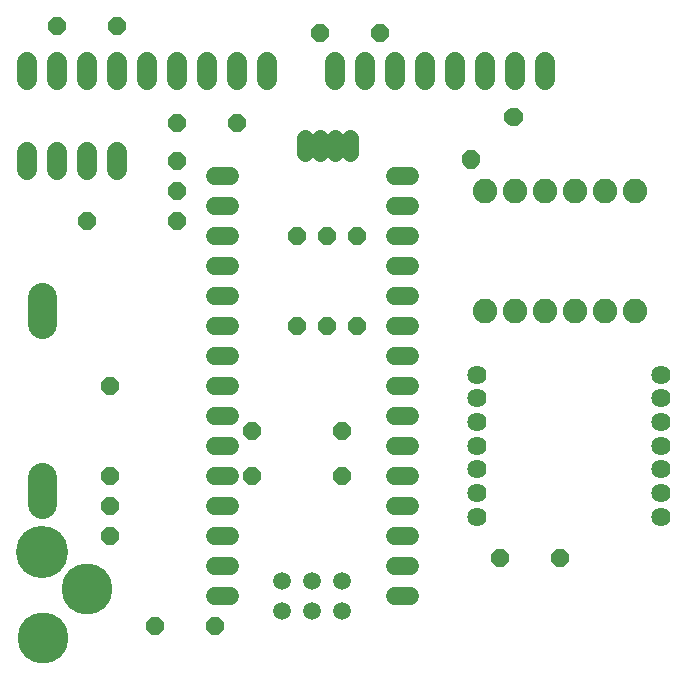
<source format=gbs>
G75*
%MOIN*%
%OFA0B0*%
%FSLAX25Y25*%
%IPPOS*%
%LPD*%
%AMOC8*
5,1,8,0,0,1.08239X$1,22.5*
%
%ADD10OC8,0.06000*%
%ADD11C,0.09650*%
%ADD12C,0.05800*%
%ADD13C,0.06800*%
%ADD14C,0.17398*%
%ADD15C,0.17000*%
%ADD16C,0.05950*%
%ADD17C,0.05950*%
%ADD18C,0.06400*%
%ADD19C,0.08200*%
%ADD20C,0.01200*%
D10*
X0051800Y0065000D03*
X0051800Y0075000D03*
X0051800Y0085000D03*
X0051800Y0115000D03*
X0099300Y0100000D03*
X0099300Y0085000D03*
X0129300Y0085000D03*
X0129300Y0100000D03*
X0124300Y0135000D03*
X0114300Y0135000D03*
X0134300Y0135000D03*
X0134300Y0165000D03*
X0124300Y0165000D03*
X0114300Y0165000D03*
X0094300Y0202500D03*
X0074300Y0202500D03*
X0074300Y0190000D03*
X0074300Y0180000D03*
X0074300Y0170000D03*
X0044300Y0170000D03*
X0034300Y0235000D03*
X0054300Y0235000D03*
X0121800Y0232500D03*
X0141800Y0232500D03*
X0181800Y0057500D03*
X0201800Y0057500D03*
X0086800Y0035000D03*
X0066800Y0035000D03*
D11*
X0029300Y0075575D02*
X0029300Y0084425D01*
X0029300Y0135575D02*
X0029300Y0144425D01*
D12*
X0116800Y0192500D02*
X0116800Y0197500D01*
X0121800Y0197500D02*
X0121800Y0192500D01*
X0126800Y0192500D02*
X0126800Y0197500D01*
X0131800Y0197500D02*
X0131800Y0192500D01*
D13*
X0126800Y0217000D02*
X0126800Y0223000D01*
X0136800Y0223000D02*
X0136800Y0217000D01*
X0146800Y0217000D02*
X0146800Y0223000D01*
X0156800Y0223000D02*
X0156800Y0217000D01*
X0166800Y0217000D02*
X0166800Y0223000D01*
X0176800Y0223000D02*
X0176800Y0217000D01*
X0186800Y0217000D02*
X0186800Y0223000D01*
X0196800Y0223000D02*
X0196800Y0217000D01*
X0104300Y0217000D02*
X0104300Y0223000D01*
X0094300Y0223000D02*
X0094300Y0217000D01*
X0084300Y0217000D02*
X0084300Y0223000D01*
X0074300Y0223000D02*
X0074300Y0217000D01*
X0064300Y0217000D02*
X0064300Y0223000D01*
X0054300Y0223000D02*
X0054300Y0217000D01*
X0044300Y0217000D02*
X0044300Y0223000D01*
X0034300Y0223000D02*
X0034300Y0217000D01*
X0024300Y0217000D02*
X0024300Y0223000D01*
X0024300Y0193000D02*
X0024300Y0187000D01*
X0034300Y0187000D02*
X0034300Y0193000D01*
X0044300Y0193000D02*
X0044300Y0187000D01*
X0054300Y0187000D02*
X0054300Y0193000D01*
D14*
X0029300Y0059637D03*
D15*
X0029400Y0030815D03*
X0044109Y0047126D03*
D16*
X0086725Y0045000D02*
X0091875Y0045000D01*
X0091875Y0055000D02*
X0086725Y0055000D01*
X0086725Y0065000D02*
X0091875Y0065000D01*
X0091875Y0075000D02*
X0086725Y0075000D01*
X0086725Y0085000D02*
X0091875Y0085000D01*
X0091875Y0095000D02*
X0086725Y0095000D01*
X0086725Y0105000D02*
X0091875Y0105000D01*
X0091875Y0115000D02*
X0086725Y0115000D01*
X0086725Y0125000D02*
X0091875Y0125000D01*
X0091875Y0135000D02*
X0086725Y0135000D01*
X0086725Y0145000D02*
X0091875Y0145000D01*
X0091875Y0155000D02*
X0086725Y0155000D01*
X0086725Y0165000D02*
X0091875Y0165000D01*
X0091875Y0175000D02*
X0086725Y0175000D01*
X0086725Y0185000D02*
X0091875Y0185000D01*
X0146725Y0185000D02*
X0151875Y0185000D01*
X0151875Y0175000D02*
X0146725Y0175000D01*
X0146725Y0165000D02*
X0151875Y0165000D01*
X0151875Y0155000D02*
X0146725Y0155000D01*
X0146725Y0145000D02*
X0151875Y0145000D01*
X0151875Y0135000D02*
X0146725Y0135000D01*
X0146725Y0125000D02*
X0151875Y0125000D01*
X0151875Y0115000D02*
X0146725Y0115000D01*
X0146725Y0105000D02*
X0151875Y0105000D01*
X0151875Y0095000D02*
X0146725Y0095000D01*
X0146725Y0085000D02*
X0151875Y0085000D01*
X0151875Y0075000D02*
X0146725Y0075000D01*
X0146725Y0065000D02*
X0151875Y0065000D01*
X0151875Y0055000D02*
X0146725Y0055000D01*
X0146725Y0045000D02*
X0151875Y0045000D01*
D17*
X0129300Y0040000D03*
X0129300Y0050000D03*
X0119300Y0050000D03*
X0119300Y0040000D03*
X0109300Y0040000D03*
X0109300Y0050000D03*
D18*
X0174300Y0071378D03*
X0174300Y0079252D03*
X0174300Y0087126D03*
X0174300Y0095000D03*
X0174300Y0102874D03*
X0174300Y0110748D03*
X0174300Y0118622D03*
X0235550Y0118622D03*
X0235550Y0110748D03*
X0235550Y0102874D03*
X0235550Y0095000D03*
X0235550Y0087126D03*
X0235550Y0079252D03*
X0235550Y0071378D03*
D19*
X0226800Y0140000D03*
X0216800Y0140000D03*
X0206800Y0140000D03*
X0196800Y0140000D03*
X0186800Y0140000D03*
X0176800Y0140000D03*
X0176800Y0180000D03*
X0186800Y0180000D03*
X0196800Y0180000D03*
X0206800Y0180000D03*
X0216800Y0180000D03*
X0226800Y0180000D03*
D20*
X0184572Y0204177D02*
X0183972Y0203577D01*
X0183972Y0205565D01*
X0185377Y0206970D01*
X0187365Y0206970D01*
X0188770Y0205565D01*
X0188770Y0203577D01*
X0187365Y0202172D01*
X0185377Y0202172D01*
X0183972Y0203577D01*
X0184872Y0203950D01*
X0184872Y0205192D01*
X0185750Y0206070D01*
X0186992Y0206070D01*
X0187870Y0205192D01*
X0187870Y0203950D01*
X0186992Y0203072D01*
X0185750Y0203072D01*
X0184872Y0203950D01*
X0185772Y0204323D01*
X0185772Y0204819D01*
X0186123Y0205170D01*
X0186619Y0205170D01*
X0186970Y0204819D01*
X0186970Y0204323D01*
X0186619Y0203972D01*
X0186123Y0203972D01*
X0185772Y0204323D01*
X0170430Y0190035D02*
X0169830Y0189435D01*
X0169830Y0191423D01*
X0171235Y0192828D01*
X0173223Y0192828D01*
X0174628Y0191423D01*
X0174628Y0189435D01*
X0173223Y0188030D01*
X0171235Y0188030D01*
X0169830Y0189435D01*
X0170730Y0189808D01*
X0170730Y0191050D01*
X0171608Y0191928D01*
X0172850Y0191928D01*
X0173728Y0191050D01*
X0173728Y0189808D01*
X0172850Y0188930D01*
X0171608Y0188930D01*
X0170730Y0189808D01*
X0171630Y0190181D01*
X0171630Y0190677D01*
X0171981Y0191028D01*
X0172477Y0191028D01*
X0172828Y0190677D01*
X0172828Y0190181D01*
X0172477Y0189830D01*
X0171981Y0189830D01*
X0171630Y0190181D01*
M02*

</source>
